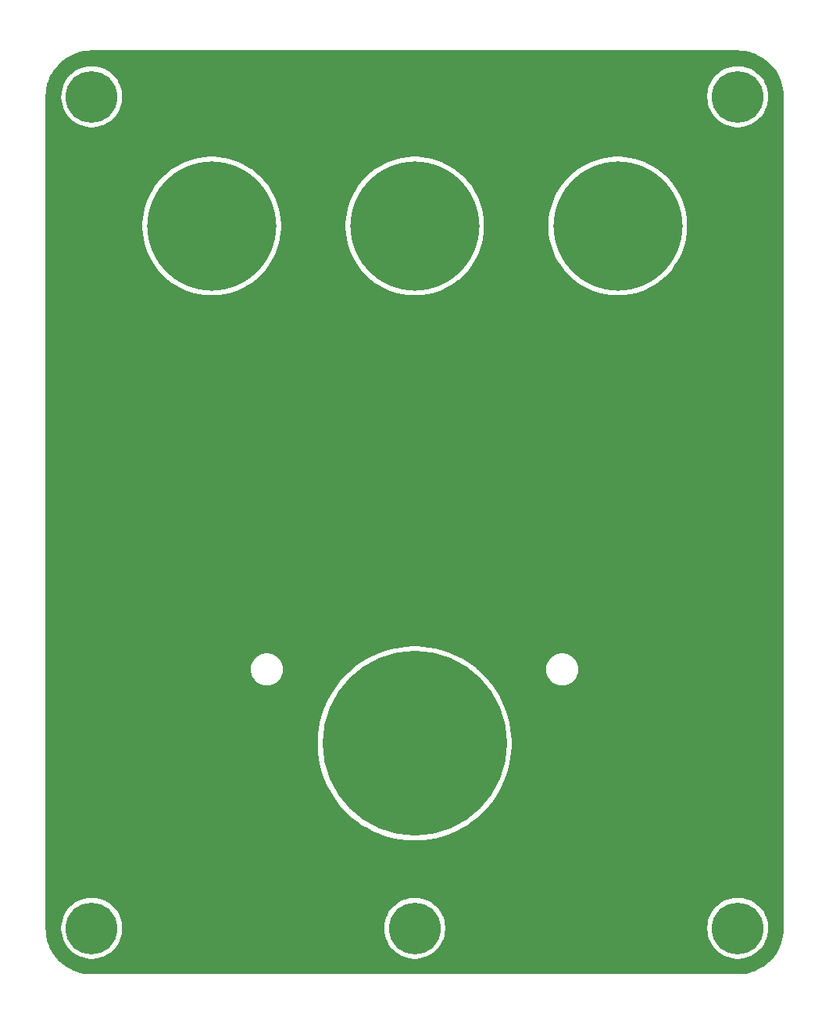
<source format=gbr>
%TF.GenerationSoftware,KiCad,Pcbnew,9.0.0*%
%TF.CreationDate,2025-04-06T00:05:41+02:00*%
%TF.ProjectId,big_muff_pi_front_plate,6269675f-6d75-4666-965f-70695f66726f,rev?*%
%TF.SameCoordinates,Original*%
%TF.FileFunction,Copper,L1,Top*%
%TF.FilePolarity,Positive*%
%FSLAX46Y46*%
G04 Gerber Fmt 4.6, Leading zero omitted, Abs format (unit mm)*
G04 Created by KiCad (PCBNEW 9.0.0) date 2025-04-06 00:05:41*
%MOMM*%
%LPD*%
G01*
G04 APERTURE LIST*
%TA.AperFunction,ComponentPad*%
%ADD10C,3.600000*%
%TD*%
%TA.AperFunction,ConnectorPad*%
%ADD11C,5.600000*%
%TD*%
%TA.AperFunction,ComponentPad*%
%ADD12C,14.000000*%
%TD*%
%TA.AperFunction,ComponentPad*%
%ADD13C,20.000000*%
%TD*%
G04 APERTURE END LIST*
D10*
%TO.P,H3,1*%
%TO.N,N/C*%
X55000000Y-145000000D03*
D11*
X55000000Y-145000000D03*
%TD*%
D12*
%TO.P,H6,1,1*%
%TO.N,Net-(JP2-B)*%
X90000000Y-69000000D03*
%TD*%
%TO.P,H7,1,1*%
%TO.N,Net-(JP3-B)*%
X112000000Y-69000000D03*
%TD*%
D10*
%TO.P,H4,1*%
%TO.N,N/C*%
X125000000Y-145000000D03*
D11*
X125000000Y-145000000D03*
%TD*%
D12*
%TO.P,H5,1,1*%
%TO.N,Net-(JP1-B)*%
X68000000Y-69000000D03*
%TD*%
D13*
%TO.P,H8,1,1*%
%TO.N,Net-(JP4-B)*%
X90000000Y-125000000D03*
%TD*%
D10*
%TO.P,H1,1*%
%TO.N,N/C*%
X55000000Y-55000000D03*
D11*
X55000000Y-55000000D03*
%TD*%
D10*
%TO.P,H2,1*%
%TO.N,N/C*%
X125000000Y-55000000D03*
D11*
X125000000Y-55000000D03*
%TD*%
D10*
%TO.P,H11,1*%
%TO.N,N/C*%
X90000000Y-145000000D03*
D11*
X90000000Y-145000000D03*
%TD*%
%TA.AperFunction,Conductor*%
%TO.N,0*%
G36*
X125002562Y-50000605D02*
G01*
X125370277Y-50015814D01*
X125375906Y-50016177D01*
X125459956Y-50023530D01*
X125464429Y-50024004D01*
X125787028Y-50064216D01*
X125793169Y-50065140D01*
X125871766Y-50078999D01*
X125875594Y-50079737D01*
X126199008Y-50147549D01*
X126205622Y-50149128D01*
X126274576Y-50167604D01*
X126277787Y-50168512D01*
X126603169Y-50265383D01*
X126610157Y-50267692D01*
X126664056Y-50287310D01*
X126666678Y-50288299D01*
X126996425Y-50416967D01*
X127003729Y-50420089D01*
X127034837Y-50434595D01*
X127036641Y-50435458D01*
X127374902Y-50600823D01*
X127383883Y-50605683D01*
X127730070Y-50811966D01*
X127738638Y-50817564D01*
X128066593Y-51051719D01*
X128074668Y-51058005D01*
X128382155Y-51318433D01*
X128389695Y-51325374D01*
X128674625Y-51610304D01*
X128681566Y-51617844D01*
X128941989Y-51925325D01*
X128948284Y-51933412D01*
X129182431Y-52261355D01*
X129188037Y-52269935D01*
X129394309Y-52616105D01*
X129399186Y-52625119D01*
X129564467Y-52963206D01*
X129565450Y-52965262D01*
X129579902Y-52996255D01*
X129583036Y-53003584D01*
X129711691Y-53333300D01*
X129712696Y-53335964D01*
X129732299Y-53389822D01*
X129734622Y-53396851D01*
X129831475Y-53722173D01*
X129832405Y-53725462D01*
X129850867Y-53794364D01*
X129852453Y-53801010D01*
X129920250Y-54124350D01*
X129921005Y-54128265D01*
X129934854Y-54206807D01*
X129935786Y-54213001D01*
X129975990Y-54535538D01*
X129976470Y-54540069D01*
X129983819Y-54624067D01*
X129984185Y-54629749D01*
X129999394Y-54997437D01*
X129999500Y-55002562D01*
X129999500Y-144997437D01*
X129999394Y-145002562D01*
X129984185Y-145370249D01*
X129983819Y-145375930D01*
X129983819Y-145375931D01*
X129976470Y-145459929D01*
X129975990Y-145464460D01*
X129935786Y-145786997D01*
X129934854Y-145793191D01*
X129921005Y-145871733D01*
X129920250Y-145875648D01*
X129852453Y-146198988D01*
X129850867Y-146205634D01*
X129832405Y-146274536D01*
X129831475Y-146277825D01*
X129734622Y-146603147D01*
X129732299Y-146610176D01*
X129712696Y-146664034D01*
X129711691Y-146666698D01*
X129583036Y-146996414D01*
X129579903Y-147003741D01*
X129579902Y-147003743D01*
X129565471Y-147034691D01*
X129564489Y-147036747D01*
X129399182Y-147374889D01*
X129394304Y-147383903D01*
X129188037Y-147730064D01*
X129182431Y-147738644D01*
X128948284Y-148066587D01*
X128941989Y-148074674D01*
X128681566Y-148382155D01*
X128674625Y-148389695D01*
X128389695Y-148674625D01*
X128382155Y-148681566D01*
X128074674Y-148941989D01*
X128066587Y-148948284D01*
X127738644Y-149182431D01*
X127730064Y-149188037D01*
X127383903Y-149394304D01*
X127374889Y-149399182D01*
X127036747Y-149564489D01*
X127034691Y-149565471D01*
X127003743Y-149579902D01*
X126996414Y-149583036D01*
X126666698Y-149711691D01*
X126664034Y-149712696D01*
X126610176Y-149732299D01*
X126603147Y-149734622D01*
X126277825Y-149831475D01*
X126274536Y-149832405D01*
X126205638Y-149850866D01*
X126198992Y-149852452D01*
X125875641Y-149920252D01*
X125871728Y-149921007D01*
X125846710Y-149925418D01*
X125831411Y-149928116D01*
X125809880Y-149930000D01*
X54190119Y-149930000D01*
X54168588Y-149928116D01*
X54128276Y-149921008D01*
X54124362Y-149920253D01*
X53801006Y-149852452D01*
X53794360Y-149850866D01*
X53725462Y-149832405D01*
X53722173Y-149831475D01*
X53396851Y-149734622D01*
X53389822Y-149732299D01*
X53335964Y-149712696D01*
X53333300Y-149711691D01*
X53003584Y-149583036D01*
X52996255Y-149579902D01*
X52965262Y-149565450D01*
X52963206Y-149564467D01*
X52625119Y-149399186D01*
X52616105Y-149394309D01*
X52269935Y-149188037D01*
X52261355Y-149182431D01*
X51933412Y-148948284D01*
X51925325Y-148941989D01*
X51617844Y-148681566D01*
X51610304Y-148674625D01*
X51325374Y-148389695D01*
X51318433Y-148382155D01*
X51222354Y-148268715D01*
X51058005Y-148074668D01*
X51051715Y-148066587D01*
X50995044Y-147987215D01*
X50817564Y-147738638D01*
X50811962Y-147730064D01*
X50766744Y-147654178D01*
X50605683Y-147383883D01*
X50600817Y-147374889D01*
X50435458Y-147036641D01*
X50434595Y-147034837D01*
X50420089Y-147003729D01*
X50416962Y-146996414D01*
X50406057Y-146968467D01*
X50288299Y-146666679D01*
X50287302Y-146664034D01*
X50267692Y-146610157D01*
X50265383Y-146603169D01*
X50168512Y-146277787D01*
X50167604Y-146274576D01*
X50149128Y-146205622D01*
X50147549Y-146199008D01*
X50079737Y-145875594D01*
X50078999Y-145871766D01*
X50065140Y-145793169D01*
X50064216Y-145787028D01*
X50024004Y-145464429D01*
X50023530Y-145459956D01*
X50016177Y-145375906D01*
X50015814Y-145370277D01*
X50000606Y-145002562D01*
X50000500Y-144997438D01*
X50000500Y-144837860D01*
X51699500Y-144837860D01*
X51699500Y-145162139D01*
X51731284Y-145484857D01*
X51731287Y-145484874D01*
X51794545Y-145802902D01*
X51794548Y-145802913D01*
X51888686Y-146113247D01*
X52012786Y-146412849D01*
X52012788Y-146412854D01*
X52165646Y-146698830D01*
X52165657Y-146698848D01*
X52345811Y-146968467D01*
X52345821Y-146968481D01*
X52551546Y-147219158D01*
X52780841Y-147448453D01*
X52780846Y-147448457D01*
X52780847Y-147448458D01*
X53031524Y-147654183D01*
X53301158Y-147834347D01*
X53301167Y-147834352D01*
X53301169Y-147834353D01*
X53587145Y-147987211D01*
X53587147Y-147987211D01*
X53587153Y-147987215D01*
X53886754Y-148111314D01*
X54197077Y-148205449D01*
X54197083Y-148205450D01*
X54197086Y-148205451D01*
X54197097Y-148205454D01*
X54396528Y-148245122D01*
X54515132Y-148268714D01*
X54837857Y-148300500D01*
X54837860Y-148300500D01*
X55162140Y-148300500D01*
X55162143Y-148300500D01*
X55484868Y-148268714D01*
X55642295Y-148237399D01*
X55802902Y-148205454D01*
X55802913Y-148205451D01*
X55802913Y-148205450D01*
X55802923Y-148205449D01*
X56113246Y-148111314D01*
X56412847Y-147987215D01*
X56698842Y-147834347D01*
X56968476Y-147654183D01*
X57219153Y-147448458D01*
X57448458Y-147219153D01*
X57654183Y-146968476D01*
X57834347Y-146698842D01*
X57987215Y-146412847D01*
X58111314Y-146113246D01*
X58205449Y-145802923D01*
X58205451Y-145802913D01*
X58205454Y-145802902D01*
X58242023Y-145619054D01*
X58268714Y-145484868D01*
X58300500Y-145162143D01*
X58300500Y-144837860D01*
X86699500Y-144837860D01*
X86699500Y-145162139D01*
X86731284Y-145484857D01*
X86731287Y-145484874D01*
X86794545Y-145802902D01*
X86794548Y-145802913D01*
X86888686Y-146113247D01*
X87012786Y-146412849D01*
X87012788Y-146412854D01*
X87165646Y-146698830D01*
X87165657Y-146698848D01*
X87345811Y-146968467D01*
X87345821Y-146968481D01*
X87551546Y-147219158D01*
X87780841Y-147448453D01*
X87780846Y-147448457D01*
X87780847Y-147448458D01*
X88031524Y-147654183D01*
X88301158Y-147834347D01*
X88301167Y-147834352D01*
X88301169Y-147834353D01*
X88587145Y-147987211D01*
X88587147Y-147987211D01*
X88587153Y-147987215D01*
X88886754Y-148111314D01*
X89197077Y-148205449D01*
X89197083Y-148205450D01*
X89197086Y-148205451D01*
X89197097Y-148205454D01*
X89396528Y-148245122D01*
X89515132Y-148268714D01*
X89837857Y-148300500D01*
X89837860Y-148300500D01*
X90162140Y-148300500D01*
X90162143Y-148300500D01*
X90484868Y-148268714D01*
X90642295Y-148237399D01*
X90802902Y-148205454D01*
X90802913Y-148205451D01*
X90802913Y-148205450D01*
X90802923Y-148205449D01*
X91113246Y-148111314D01*
X91412847Y-147987215D01*
X91698842Y-147834347D01*
X91968476Y-147654183D01*
X92219153Y-147448458D01*
X92448458Y-147219153D01*
X92654183Y-146968476D01*
X92834347Y-146698842D01*
X92987215Y-146412847D01*
X93111314Y-146113246D01*
X93205449Y-145802923D01*
X93205451Y-145802913D01*
X93205454Y-145802902D01*
X93242023Y-145619054D01*
X93268714Y-145484868D01*
X93300500Y-145162143D01*
X93300500Y-144837860D01*
X121699500Y-144837860D01*
X121699500Y-145162139D01*
X121731284Y-145484857D01*
X121731287Y-145484874D01*
X121794545Y-145802902D01*
X121794548Y-145802913D01*
X121888686Y-146113247D01*
X122012786Y-146412849D01*
X122012788Y-146412854D01*
X122165646Y-146698830D01*
X122165657Y-146698848D01*
X122345811Y-146968467D01*
X122345821Y-146968481D01*
X122551546Y-147219158D01*
X122780841Y-147448453D01*
X122780846Y-147448457D01*
X122780847Y-147448458D01*
X123031524Y-147654183D01*
X123301158Y-147834347D01*
X123301167Y-147834352D01*
X123301169Y-147834353D01*
X123587145Y-147987211D01*
X123587147Y-147987211D01*
X123587153Y-147987215D01*
X123886754Y-148111314D01*
X124197077Y-148205449D01*
X124197083Y-148205450D01*
X124197086Y-148205451D01*
X124197097Y-148205454D01*
X124396528Y-148245122D01*
X124515132Y-148268714D01*
X124837857Y-148300500D01*
X124837860Y-148300500D01*
X125162140Y-148300500D01*
X125162143Y-148300500D01*
X125484868Y-148268714D01*
X125642295Y-148237399D01*
X125802902Y-148205454D01*
X125802913Y-148205451D01*
X125802913Y-148205450D01*
X125802923Y-148205449D01*
X126113246Y-148111314D01*
X126412847Y-147987215D01*
X126698842Y-147834347D01*
X126968476Y-147654183D01*
X127219153Y-147448458D01*
X127448458Y-147219153D01*
X127654183Y-146968476D01*
X127834347Y-146698842D01*
X127987215Y-146412847D01*
X128111314Y-146113246D01*
X128205449Y-145802923D01*
X128205451Y-145802913D01*
X128205454Y-145802902D01*
X128242023Y-145619054D01*
X128268714Y-145484868D01*
X128300500Y-145162143D01*
X128300500Y-144837857D01*
X128268714Y-144515132D01*
X128245122Y-144396528D01*
X128205454Y-144197097D01*
X128205451Y-144197086D01*
X128205450Y-144197083D01*
X128205449Y-144197077D01*
X128111314Y-143886754D01*
X127987215Y-143587153D01*
X127834347Y-143301158D01*
X127654183Y-143031524D01*
X127448458Y-142780847D01*
X127448457Y-142780846D01*
X127448453Y-142780841D01*
X127219158Y-142551546D01*
X126968481Y-142345821D01*
X126968480Y-142345820D01*
X126968476Y-142345817D01*
X126698842Y-142165653D01*
X126698837Y-142165650D01*
X126698830Y-142165646D01*
X126412854Y-142012788D01*
X126412849Y-142012786D01*
X126113247Y-141888686D01*
X125802913Y-141794548D01*
X125802902Y-141794545D01*
X125484874Y-141731287D01*
X125484857Y-141731284D01*
X125240812Y-141707248D01*
X125162143Y-141699500D01*
X124837857Y-141699500D01*
X124765099Y-141706666D01*
X124515142Y-141731284D01*
X124515125Y-141731287D01*
X124197097Y-141794545D01*
X124197086Y-141794548D01*
X123886752Y-141888686D01*
X123587150Y-142012786D01*
X123587145Y-142012788D01*
X123301169Y-142165646D01*
X123301151Y-142165657D01*
X123031532Y-142345811D01*
X123031518Y-142345821D01*
X122780841Y-142551546D01*
X122551546Y-142780841D01*
X122345821Y-143031518D01*
X122345811Y-143031532D01*
X122165657Y-143301151D01*
X122165646Y-143301169D01*
X122012788Y-143587145D01*
X122012786Y-143587150D01*
X121888686Y-143886752D01*
X121794548Y-144197086D01*
X121794545Y-144197097D01*
X121731287Y-144515125D01*
X121731284Y-144515142D01*
X121699500Y-144837860D01*
X93300500Y-144837860D01*
X93300500Y-144837857D01*
X93268714Y-144515132D01*
X93245122Y-144396528D01*
X93205454Y-144197097D01*
X93205451Y-144197086D01*
X93205450Y-144197083D01*
X93205449Y-144197077D01*
X93111314Y-143886754D01*
X92987215Y-143587153D01*
X92834347Y-143301158D01*
X92654183Y-143031524D01*
X92448458Y-142780847D01*
X92448457Y-142780846D01*
X92448453Y-142780841D01*
X92219158Y-142551546D01*
X91968481Y-142345821D01*
X91968480Y-142345820D01*
X91968476Y-142345817D01*
X91698842Y-142165653D01*
X91698837Y-142165650D01*
X91698830Y-142165646D01*
X91412854Y-142012788D01*
X91412849Y-142012786D01*
X91113247Y-141888686D01*
X90802913Y-141794548D01*
X90802902Y-141794545D01*
X90484874Y-141731287D01*
X90484857Y-141731284D01*
X90240812Y-141707248D01*
X90162143Y-141699500D01*
X89837857Y-141699500D01*
X89765099Y-141706666D01*
X89515142Y-141731284D01*
X89515125Y-141731287D01*
X89197097Y-141794545D01*
X89197086Y-141794548D01*
X88886752Y-141888686D01*
X88587150Y-142012786D01*
X88587145Y-142012788D01*
X88301169Y-142165646D01*
X88301151Y-142165657D01*
X88031532Y-142345811D01*
X88031518Y-142345821D01*
X87780841Y-142551546D01*
X87551546Y-142780841D01*
X87345821Y-143031518D01*
X87345811Y-143031532D01*
X87165657Y-143301151D01*
X87165646Y-143301169D01*
X87012788Y-143587145D01*
X87012786Y-143587150D01*
X86888686Y-143886752D01*
X86794548Y-144197086D01*
X86794545Y-144197097D01*
X86731287Y-144515125D01*
X86731284Y-144515142D01*
X86699500Y-144837860D01*
X58300500Y-144837860D01*
X58300500Y-144837857D01*
X58268714Y-144515132D01*
X58245122Y-144396528D01*
X58205454Y-144197097D01*
X58205451Y-144197086D01*
X58205450Y-144197083D01*
X58205449Y-144197077D01*
X58111314Y-143886754D01*
X57987215Y-143587153D01*
X57834347Y-143301158D01*
X57654183Y-143031524D01*
X57448458Y-142780847D01*
X57448457Y-142780846D01*
X57448453Y-142780841D01*
X57219158Y-142551546D01*
X56968481Y-142345821D01*
X56968480Y-142345820D01*
X56968476Y-142345817D01*
X56698842Y-142165653D01*
X56698837Y-142165650D01*
X56698830Y-142165646D01*
X56412854Y-142012788D01*
X56412849Y-142012786D01*
X56113247Y-141888686D01*
X55802913Y-141794548D01*
X55802902Y-141794545D01*
X55484874Y-141731287D01*
X55484857Y-141731284D01*
X55240812Y-141707248D01*
X55162143Y-141699500D01*
X54837857Y-141699500D01*
X54765099Y-141706666D01*
X54515142Y-141731284D01*
X54515125Y-141731287D01*
X54197097Y-141794545D01*
X54197086Y-141794548D01*
X53886752Y-141888686D01*
X53587150Y-142012786D01*
X53587145Y-142012788D01*
X53301169Y-142165646D01*
X53301151Y-142165657D01*
X53031532Y-142345811D01*
X53031518Y-142345821D01*
X52780841Y-142551546D01*
X52551546Y-142780841D01*
X52345821Y-143031518D01*
X52345811Y-143031532D01*
X52165657Y-143301151D01*
X52165646Y-143301169D01*
X52012788Y-143587145D01*
X52012786Y-143587150D01*
X51888686Y-143886752D01*
X51794548Y-144197086D01*
X51794545Y-144197097D01*
X51731287Y-144515125D01*
X51731284Y-144515142D01*
X51699500Y-144837860D01*
X50000500Y-144837860D01*
X50000500Y-124682699D01*
X79499500Y-124682699D01*
X79499500Y-125317300D01*
X79537815Y-125950718D01*
X79614304Y-126580666D01*
X79728693Y-127204867D01*
X79880557Y-127821005D01*
X79880562Y-127821021D01*
X80069345Y-128426847D01*
X80294370Y-129020191D01*
X80554813Y-129598872D01*
X80849727Y-130160783D01*
X81178009Y-130703828D01*
X81178025Y-130703853D01*
X81538498Y-131226088D01*
X81929852Y-131725616D01*
X81929853Y-131725617D01*
X82350656Y-132200605D01*
X82350690Y-132200641D01*
X82799358Y-132649309D01*
X82799394Y-132649343D01*
X83274382Y-133070146D01*
X83274383Y-133070147D01*
X83773910Y-133461500D01*
X84296162Y-133821985D01*
X84839226Y-134150278D01*
X85401122Y-134445184D01*
X85979798Y-134705625D01*
X85979805Y-134705627D01*
X85979808Y-134705629D01*
X86078973Y-134743237D01*
X86573144Y-134930652D01*
X87178994Y-135119442D01*
X87795138Y-135271308D01*
X88419326Y-135385695D01*
X89049283Y-135462185D01*
X89682708Y-135500500D01*
X89682721Y-135500500D01*
X90317279Y-135500500D01*
X90317292Y-135500500D01*
X90950717Y-135462185D01*
X91580674Y-135385695D01*
X92204862Y-135271308D01*
X92821006Y-135119442D01*
X93426856Y-134930652D01*
X94020202Y-134705625D01*
X94598878Y-134445184D01*
X95160774Y-134150278D01*
X95703838Y-133821985D01*
X96226090Y-133461500D01*
X96487627Y-133256598D01*
X96725616Y-133070147D01*
X96725617Y-133070146D01*
X96725623Y-133070141D01*
X97200616Y-132649334D01*
X97649334Y-132200616D01*
X98070141Y-131725623D01*
X98070146Y-131725617D01*
X98070147Y-131725616D01*
X98256598Y-131487627D01*
X98461500Y-131226090D01*
X98821985Y-130703838D01*
X99150278Y-130160774D01*
X99445184Y-129598878D01*
X99705625Y-129020202D01*
X99930652Y-128426856D01*
X100119442Y-127821006D01*
X100271308Y-127204862D01*
X100385695Y-126580674D01*
X100462185Y-125950717D01*
X100500500Y-125317292D01*
X100500500Y-124682708D01*
X100462185Y-124049283D01*
X100385695Y-123419326D01*
X100271308Y-122795138D01*
X100119442Y-122178994D01*
X99930652Y-121573144D01*
X99705625Y-120979798D01*
X99445184Y-120401122D01*
X99150278Y-119839226D01*
X98821985Y-119296162D01*
X98461500Y-118773910D01*
X98070147Y-118274383D01*
X98070146Y-118274382D01*
X97649343Y-117799394D01*
X97649309Y-117799358D01*
X97200641Y-117350690D01*
X97200605Y-117350656D01*
X96775480Y-116974028D01*
X96775477Y-116974026D01*
X96725623Y-116929859D01*
X96725612Y-116929850D01*
X96725606Y-116929845D01*
X96668695Y-116885258D01*
X104249500Y-116885258D01*
X104249500Y-117114741D01*
X104274446Y-117304215D01*
X104279452Y-117342238D01*
X104281717Y-117350690D01*
X104338842Y-117563887D01*
X104426650Y-117775876D01*
X104426657Y-117775890D01*
X104541392Y-117974617D01*
X104681081Y-118156661D01*
X104681089Y-118156670D01*
X104843330Y-118318911D01*
X104843338Y-118318918D01*
X105025382Y-118458607D01*
X105025385Y-118458608D01*
X105025388Y-118458611D01*
X105224112Y-118573344D01*
X105224117Y-118573346D01*
X105224123Y-118573349D01*
X105315480Y-118611190D01*
X105436113Y-118661158D01*
X105657762Y-118720548D01*
X105885266Y-118750500D01*
X105885273Y-118750500D01*
X106114727Y-118750500D01*
X106114734Y-118750500D01*
X106342238Y-118720548D01*
X106563887Y-118661158D01*
X106775888Y-118573344D01*
X106974612Y-118458611D01*
X107156661Y-118318919D01*
X107156665Y-118318914D01*
X107156670Y-118318911D01*
X107318911Y-118156670D01*
X107318914Y-118156665D01*
X107318919Y-118156661D01*
X107458611Y-117974612D01*
X107573344Y-117775888D01*
X107661158Y-117563887D01*
X107720548Y-117342238D01*
X107750500Y-117114734D01*
X107750500Y-116885266D01*
X107720548Y-116657762D01*
X107661158Y-116436113D01*
X107573344Y-116224112D01*
X107458611Y-116025388D01*
X107458608Y-116025385D01*
X107458607Y-116025382D01*
X107318918Y-115843338D01*
X107318911Y-115843330D01*
X107156670Y-115681089D01*
X107156661Y-115681081D01*
X106974617Y-115541392D01*
X106775890Y-115426657D01*
X106775876Y-115426650D01*
X106563887Y-115338842D01*
X106342238Y-115279452D01*
X106304215Y-115274446D01*
X106114741Y-115249500D01*
X106114734Y-115249500D01*
X105885266Y-115249500D01*
X105885258Y-115249500D01*
X105668715Y-115278009D01*
X105657762Y-115279452D01*
X105602087Y-115294370D01*
X105436112Y-115338842D01*
X105224123Y-115426650D01*
X105224109Y-115426657D01*
X105025382Y-115541392D01*
X104843338Y-115681081D01*
X104681081Y-115843338D01*
X104541392Y-116025382D01*
X104426657Y-116224109D01*
X104426650Y-116224123D01*
X104338842Y-116436112D01*
X104279453Y-116657759D01*
X104279451Y-116657770D01*
X104249500Y-116885258D01*
X96668695Y-116885258D01*
X96226088Y-116538498D01*
X95703853Y-116178025D01*
X95703845Y-116178020D01*
X95703838Y-116178015D01*
X95451352Y-116025382D01*
X95160783Y-115849727D01*
X95160777Y-115849724D01*
X95160774Y-115849722D01*
X94598878Y-115554816D01*
X94598876Y-115554815D01*
X94598872Y-115554813D01*
X94020191Y-115294370D01*
X93624353Y-115144249D01*
X93426856Y-115069348D01*
X93426849Y-115069346D01*
X93426847Y-115069345D01*
X92821021Y-114880562D01*
X92821005Y-114880557D01*
X92204867Y-114728693D01*
X92204862Y-114728692D01*
X91580674Y-114614305D01*
X91580666Y-114614304D01*
X90950718Y-114537815D01*
X90317300Y-114499500D01*
X90317292Y-114499500D01*
X89682708Y-114499500D01*
X89682699Y-114499500D01*
X89049281Y-114537815D01*
X88419333Y-114614304D01*
X88419330Y-114614304D01*
X88419326Y-114614305D01*
X87957643Y-114698911D01*
X87795132Y-114728693D01*
X87178994Y-114880557D01*
X87178978Y-114880562D01*
X86573152Y-115069345D01*
X85979808Y-115294370D01*
X85401127Y-115554813D01*
X84839216Y-115849727D01*
X84296171Y-116178009D01*
X84296146Y-116178025D01*
X83773911Y-116538498D01*
X83274383Y-116929852D01*
X83274382Y-116929853D01*
X82799394Y-117350656D01*
X82799358Y-117350690D01*
X82350690Y-117799358D01*
X82350656Y-117799394D01*
X81929853Y-118274382D01*
X81929852Y-118274383D01*
X81538498Y-118773911D01*
X81178025Y-119296146D01*
X81178009Y-119296171D01*
X80849727Y-119839216D01*
X80554813Y-120401127D01*
X80294370Y-120979808D01*
X80069345Y-121573152D01*
X79880562Y-122178978D01*
X79880557Y-122178994D01*
X79728693Y-122795132D01*
X79614304Y-123419333D01*
X79537815Y-124049281D01*
X79499500Y-124682699D01*
X50000500Y-124682699D01*
X50000500Y-116885258D01*
X72249500Y-116885258D01*
X72249500Y-117114741D01*
X72274446Y-117304215D01*
X72279452Y-117342238D01*
X72281717Y-117350690D01*
X72338842Y-117563887D01*
X72426650Y-117775876D01*
X72426657Y-117775890D01*
X72541392Y-117974617D01*
X72681081Y-118156661D01*
X72681089Y-118156670D01*
X72843330Y-118318911D01*
X72843338Y-118318918D01*
X73025382Y-118458607D01*
X73025385Y-118458608D01*
X73025388Y-118458611D01*
X73224112Y-118573344D01*
X73224117Y-118573346D01*
X73224123Y-118573349D01*
X73315480Y-118611190D01*
X73436113Y-118661158D01*
X73657762Y-118720548D01*
X73885266Y-118750500D01*
X73885273Y-118750500D01*
X74114727Y-118750500D01*
X74114734Y-118750500D01*
X74342238Y-118720548D01*
X74563887Y-118661158D01*
X74775888Y-118573344D01*
X74974612Y-118458611D01*
X75156661Y-118318919D01*
X75156665Y-118318914D01*
X75156670Y-118318911D01*
X75318911Y-118156670D01*
X75318914Y-118156665D01*
X75318919Y-118156661D01*
X75458611Y-117974612D01*
X75573344Y-117775888D01*
X75661158Y-117563887D01*
X75720548Y-117342238D01*
X75750500Y-117114734D01*
X75750500Y-116885266D01*
X75720548Y-116657762D01*
X75661158Y-116436113D01*
X75573344Y-116224112D01*
X75458611Y-116025388D01*
X75458608Y-116025385D01*
X75458607Y-116025382D01*
X75318918Y-115843338D01*
X75318911Y-115843330D01*
X75156670Y-115681089D01*
X75156661Y-115681081D01*
X74974617Y-115541392D01*
X74775890Y-115426657D01*
X74775876Y-115426650D01*
X74563887Y-115338842D01*
X74342238Y-115279452D01*
X74304215Y-115274446D01*
X74114741Y-115249500D01*
X74114734Y-115249500D01*
X73885266Y-115249500D01*
X73885258Y-115249500D01*
X73668715Y-115278009D01*
X73657762Y-115279452D01*
X73602087Y-115294370D01*
X73436112Y-115338842D01*
X73224123Y-115426650D01*
X73224109Y-115426657D01*
X73025382Y-115541392D01*
X72843338Y-115681081D01*
X72681081Y-115843338D01*
X72541392Y-116025382D01*
X72426657Y-116224109D01*
X72426650Y-116224123D01*
X72338842Y-116436112D01*
X72279453Y-116657759D01*
X72279451Y-116657770D01*
X72249500Y-116885258D01*
X50000500Y-116885258D01*
X50000500Y-68732116D01*
X60499500Y-68732116D01*
X60499500Y-69267883D01*
X60537721Y-69802278D01*
X60613968Y-70332593D01*
X60727849Y-70856097D01*
X60727852Y-70856107D01*
X60878793Y-71370162D01*
X61066029Y-71872160D01*
X61288580Y-72359481D01*
X61288584Y-72359488D01*
X61545347Y-72829713D01*
X61835004Y-73280431D01*
X61835007Y-73280436D01*
X62156068Y-73709324D01*
X62400335Y-73991222D01*
X62506925Y-74114234D01*
X62506934Y-74114243D01*
X62506946Y-74114256D01*
X62885743Y-74493053D01*
X62885756Y-74493065D01*
X62885766Y-74493075D01*
X63044013Y-74630197D01*
X63290675Y-74843931D01*
X63719563Y-75164992D01*
X63719568Y-75164995D01*
X64170280Y-75454649D01*
X64640507Y-75711413D01*
X64640511Y-75711415D01*
X64640518Y-75711419D01*
X65127839Y-75933970D01*
X65127843Y-75933971D01*
X65127853Y-75933976D01*
X65629835Y-76121206D01*
X66143892Y-76272147D01*
X66143902Y-76272150D01*
X66667406Y-76386031D01*
X66667413Y-76386032D01*
X67197722Y-76462279D01*
X67732119Y-76500500D01*
X68267881Y-76500500D01*
X68802278Y-76462279D01*
X69332587Y-76386032D01*
X69332588Y-76386031D01*
X69332593Y-76386031D01*
X69856097Y-76272150D01*
X69856100Y-76272149D01*
X69856105Y-76272148D01*
X70370165Y-76121206D01*
X70872147Y-75933976D01*
X70924922Y-75909874D01*
X71359481Y-75711419D01*
X71359485Y-75711416D01*
X71359493Y-75711413D01*
X71829720Y-75454649D01*
X72280432Y-75164995D01*
X72282811Y-75163213D01*
X72709324Y-74843931D01*
X72727265Y-74828384D01*
X73114234Y-74493075D01*
X73493075Y-74114234D01*
X73843924Y-73709332D01*
X73843923Y-73709332D01*
X73843931Y-73709324D01*
X74164992Y-73280436D01*
X74164991Y-73280436D01*
X74164995Y-73280432D01*
X74454649Y-72829720D01*
X74711413Y-72359493D01*
X74711416Y-72359485D01*
X74711419Y-72359481D01*
X74933970Y-71872160D01*
X74933969Y-71872160D01*
X74933976Y-71872147D01*
X75121206Y-71370165D01*
X75272148Y-70856105D01*
X75386032Y-70332587D01*
X75462279Y-69802278D01*
X75500500Y-69267881D01*
X75500500Y-68732119D01*
X75500500Y-68732116D01*
X82499500Y-68732116D01*
X82499500Y-69267883D01*
X82537721Y-69802278D01*
X82613968Y-70332593D01*
X82727849Y-70856097D01*
X82727852Y-70856107D01*
X82878793Y-71370162D01*
X83066029Y-71872160D01*
X83288580Y-72359481D01*
X83288584Y-72359488D01*
X83545347Y-72829713D01*
X83835004Y-73280431D01*
X83835007Y-73280436D01*
X84156068Y-73709324D01*
X84400335Y-73991222D01*
X84506925Y-74114234D01*
X84506934Y-74114243D01*
X84506946Y-74114256D01*
X84885743Y-74493053D01*
X84885756Y-74493065D01*
X84885766Y-74493075D01*
X85044013Y-74630197D01*
X85290675Y-74843931D01*
X85719563Y-75164992D01*
X85719568Y-75164995D01*
X86170280Y-75454649D01*
X86640507Y-75711413D01*
X86640511Y-75711415D01*
X86640518Y-75711419D01*
X87127839Y-75933970D01*
X87127843Y-75933971D01*
X87127853Y-75933976D01*
X87629835Y-76121206D01*
X88143892Y-76272147D01*
X88143902Y-76272150D01*
X88667406Y-76386031D01*
X88667413Y-76386032D01*
X89197722Y-76462279D01*
X89732119Y-76500500D01*
X90267881Y-76500500D01*
X90802278Y-76462279D01*
X91332587Y-76386032D01*
X91332588Y-76386031D01*
X91332593Y-76386031D01*
X91856097Y-76272150D01*
X91856100Y-76272149D01*
X91856105Y-76272148D01*
X92370165Y-76121206D01*
X92872147Y-75933976D01*
X92924922Y-75909874D01*
X93359481Y-75711419D01*
X93359485Y-75711416D01*
X93359493Y-75711413D01*
X93829720Y-75454649D01*
X94280432Y-75164995D01*
X94282811Y-75163213D01*
X94709324Y-74843931D01*
X94727265Y-74828384D01*
X95114234Y-74493075D01*
X95493075Y-74114234D01*
X95843924Y-73709332D01*
X95843923Y-73709332D01*
X95843931Y-73709324D01*
X96164992Y-73280436D01*
X96164991Y-73280436D01*
X96164995Y-73280432D01*
X96454649Y-72829720D01*
X96711413Y-72359493D01*
X96711416Y-72359485D01*
X96711419Y-72359481D01*
X96933970Y-71872160D01*
X96933969Y-71872160D01*
X96933976Y-71872147D01*
X97121206Y-71370165D01*
X97272148Y-70856105D01*
X97386032Y-70332587D01*
X97462279Y-69802278D01*
X97500500Y-69267881D01*
X97500500Y-68732119D01*
X97500500Y-68732116D01*
X104499500Y-68732116D01*
X104499500Y-69267883D01*
X104537721Y-69802278D01*
X104613968Y-70332593D01*
X104727849Y-70856097D01*
X104727852Y-70856107D01*
X104878793Y-71370162D01*
X105066029Y-71872160D01*
X105288580Y-72359481D01*
X105288584Y-72359488D01*
X105545347Y-72829713D01*
X105835004Y-73280431D01*
X105835007Y-73280436D01*
X106156068Y-73709324D01*
X106400335Y-73991222D01*
X106506925Y-74114234D01*
X106506934Y-74114243D01*
X106506946Y-74114256D01*
X106885743Y-74493053D01*
X106885756Y-74493065D01*
X106885766Y-74493075D01*
X107044013Y-74630197D01*
X107290675Y-74843931D01*
X107719563Y-75164992D01*
X107719568Y-75164995D01*
X108170280Y-75454649D01*
X108640507Y-75711413D01*
X108640511Y-75711415D01*
X108640518Y-75711419D01*
X109127839Y-75933970D01*
X109127843Y-75933971D01*
X109127853Y-75933976D01*
X109629835Y-76121206D01*
X110143892Y-76272147D01*
X110143902Y-76272150D01*
X110667406Y-76386031D01*
X110667413Y-76386032D01*
X111197722Y-76462279D01*
X111732119Y-76500500D01*
X112267881Y-76500500D01*
X112802278Y-76462279D01*
X113332587Y-76386032D01*
X113332588Y-76386031D01*
X113332593Y-76386031D01*
X113856097Y-76272150D01*
X113856100Y-76272149D01*
X113856105Y-76272148D01*
X114370165Y-76121206D01*
X114872147Y-75933976D01*
X114924922Y-75909874D01*
X115359481Y-75711419D01*
X115359485Y-75711416D01*
X115359493Y-75711413D01*
X115829720Y-75454649D01*
X116280432Y-75164995D01*
X116282811Y-75163213D01*
X116709324Y-74843931D01*
X116727265Y-74828384D01*
X117114234Y-74493075D01*
X117493075Y-74114234D01*
X117843924Y-73709332D01*
X117843923Y-73709332D01*
X117843931Y-73709324D01*
X118164992Y-73280436D01*
X118164991Y-73280436D01*
X118164995Y-73280432D01*
X118454649Y-72829720D01*
X118711413Y-72359493D01*
X118711416Y-72359485D01*
X118711419Y-72359481D01*
X118933970Y-71872160D01*
X118933969Y-71872160D01*
X118933976Y-71872147D01*
X119121206Y-71370165D01*
X119272148Y-70856105D01*
X119386032Y-70332587D01*
X119462279Y-69802278D01*
X119500500Y-69267881D01*
X119500500Y-68732119D01*
X119462279Y-68197722D01*
X119386032Y-67667413D01*
X119386031Y-67667406D01*
X119272150Y-67143902D01*
X119272147Y-67143892D01*
X119121206Y-66629835D01*
X118933976Y-66127853D01*
X118933970Y-66127839D01*
X118711419Y-65640518D01*
X118711415Y-65640511D01*
X118454652Y-65170286D01*
X118454649Y-65170280D01*
X118164995Y-64719568D01*
X118164992Y-64719563D01*
X117843931Y-64290675D01*
X117630197Y-64044013D01*
X117493075Y-63885766D01*
X117493065Y-63885756D01*
X117493053Y-63885743D01*
X117114256Y-63506946D01*
X117114243Y-63506934D01*
X117114234Y-63506925D01*
X116991222Y-63400335D01*
X116709324Y-63156068D01*
X116280436Y-62835007D01*
X116280431Y-62835004D01*
X116092266Y-62714078D01*
X115829720Y-62545351D01*
X115359493Y-62288587D01*
X115359488Y-62288584D01*
X115359481Y-62288580D01*
X114872160Y-62066029D01*
X114370162Y-61878793D01*
X113856107Y-61727852D01*
X113856097Y-61727849D01*
X113332593Y-61613968D01*
X112802278Y-61537721D01*
X112267883Y-61499500D01*
X112267881Y-61499500D01*
X111732119Y-61499500D01*
X111732116Y-61499500D01*
X111197721Y-61537721D01*
X110667406Y-61613968D01*
X110143902Y-61727849D01*
X110143892Y-61727852D01*
X109629837Y-61878793D01*
X109127839Y-62066029D01*
X108640518Y-62288580D01*
X108640511Y-62288584D01*
X108170286Y-62545347D01*
X107719568Y-62835004D01*
X107719563Y-62835007D01*
X107290675Y-63156068D01*
X106885769Y-63506922D01*
X106885743Y-63506946D01*
X106506946Y-63885743D01*
X106506922Y-63885769D01*
X106156068Y-64290675D01*
X105835007Y-64719563D01*
X105835004Y-64719568D01*
X105545347Y-65170286D01*
X105288584Y-65640511D01*
X105288580Y-65640518D01*
X105066029Y-66127839D01*
X104878793Y-66629837D01*
X104727852Y-67143892D01*
X104727849Y-67143902D01*
X104613968Y-67667406D01*
X104537721Y-68197721D01*
X104499500Y-68732116D01*
X97500500Y-68732116D01*
X97462279Y-68197722D01*
X97386032Y-67667413D01*
X97386031Y-67667406D01*
X97272150Y-67143902D01*
X97272147Y-67143892D01*
X97121206Y-66629835D01*
X96933976Y-66127853D01*
X96933970Y-66127839D01*
X96711419Y-65640518D01*
X96711415Y-65640511D01*
X96454652Y-65170286D01*
X96454649Y-65170280D01*
X96164995Y-64719568D01*
X96164992Y-64719563D01*
X95843931Y-64290675D01*
X95630197Y-64044013D01*
X95493075Y-63885766D01*
X95493065Y-63885756D01*
X95493053Y-63885743D01*
X95114256Y-63506946D01*
X95114243Y-63506934D01*
X95114234Y-63506925D01*
X94991222Y-63400335D01*
X94709324Y-63156068D01*
X94280436Y-62835007D01*
X94280431Y-62835004D01*
X94092266Y-62714078D01*
X93829720Y-62545351D01*
X93359493Y-62288587D01*
X93359488Y-62288584D01*
X93359481Y-62288580D01*
X92872160Y-62066029D01*
X92370162Y-61878793D01*
X91856107Y-61727852D01*
X91856097Y-61727849D01*
X91332593Y-61613968D01*
X90802278Y-61537721D01*
X90267883Y-61499500D01*
X90267881Y-61499500D01*
X89732119Y-61499500D01*
X89732116Y-61499500D01*
X89197721Y-61537721D01*
X88667406Y-61613968D01*
X88143902Y-61727849D01*
X88143892Y-61727852D01*
X87629837Y-61878793D01*
X87127839Y-62066029D01*
X86640518Y-62288580D01*
X86640511Y-62288584D01*
X86170286Y-62545347D01*
X85719568Y-62835004D01*
X85719563Y-62835007D01*
X85290675Y-63156068D01*
X84885769Y-63506922D01*
X84885743Y-63506946D01*
X84506946Y-63885743D01*
X84506922Y-63885769D01*
X84156068Y-64290675D01*
X83835007Y-64719563D01*
X83835004Y-64719568D01*
X83545347Y-65170286D01*
X83288584Y-65640511D01*
X83288580Y-65640518D01*
X83066029Y-66127839D01*
X82878793Y-66629837D01*
X82727852Y-67143892D01*
X82727849Y-67143902D01*
X82613968Y-67667406D01*
X82537721Y-68197721D01*
X82499500Y-68732116D01*
X75500500Y-68732116D01*
X75462279Y-68197722D01*
X75386032Y-67667413D01*
X75386031Y-67667406D01*
X75272150Y-67143902D01*
X75272147Y-67143892D01*
X75121206Y-66629835D01*
X74933976Y-66127853D01*
X74933970Y-66127839D01*
X74711419Y-65640518D01*
X74711415Y-65640511D01*
X74454652Y-65170286D01*
X74454649Y-65170280D01*
X74164995Y-64719568D01*
X74164992Y-64719563D01*
X73843931Y-64290675D01*
X73630197Y-64044013D01*
X73493075Y-63885766D01*
X73493065Y-63885756D01*
X73493053Y-63885743D01*
X73114256Y-63506946D01*
X73114243Y-63506934D01*
X73114234Y-63506925D01*
X72991222Y-63400335D01*
X72709324Y-63156068D01*
X72280436Y-62835007D01*
X72280431Y-62835004D01*
X72092266Y-62714078D01*
X71829720Y-62545351D01*
X71359493Y-62288587D01*
X71359488Y-62288584D01*
X71359481Y-62288580D01*
X70872160Y-62066029D01*
X70370162Y-61878793D01*
X69856107Y-61727852D01*
X69856097Y-61727849D01*
X69332593Y-61613968D01*
X68802278Y-61537721D01*
X68267883Y-61499500D01*
X68267881Y-61499500D01*
X67732119Y-61499500D01*
X67732116Y-61499500D01*
X67197721Y-61537721D01*
X66667406Y-61613968D01*
X66143902Y-61727849D01*
X66143892Y-61727852D01*
X65629837Y-61878793D01*
X65127839Y-62066029D01*
X64640518Y-62288580D01*
X64640511Y-62288584D01*
X64170286Y-62545347D01*
X63719568Y-62835004D01*
X63719563Y-62835007D01*
X63290675Y-63156068D01*
X62885769Y-63506922D01*
X62885743Y-63506946D01*
X62506946Y-63885743D01*
X62506922Y-63885769D01*
X62156068Y-64290675D01*
X61835007Y-64719563D01*
X61835004Y-64719568D01*
X61545347Y-65170286D01*
X61288584Y-65640511D01*
X61288580Y-65640518D01*
X61066029Y-66127839D01*
X60878793Y-66629837D01*
X60727852Y-67143892D01*
X60727849Y-67143902D01*
X60613968Y-67667406D01*
X60537721Y-68197721D01*
X60499500Y-68732116D01*
X50000500Y-68732116D01*
X50000500Y-55002561D01*
X50000606Y-54997437D01*
X50007206Y-54837860D01*
X51699500Y-54837860D01*
X51699500Y-55162139D01*
X51731284Y-55484857D01*
X51731287Y-55484874D01*
X51794545Y-55802902D01*
X51794548Y-55802913D01*
X51888686Y-56113247D01*
X52012786Y-56412849D01*
X52012788Y-56412854D01*
X52165646Y-56698830D01*
X52165657Y-56698848D01*
X52345811Y-56968467D01*
X52345821Y-56968481D01*
X52551546Y-57219158D01*
X52780841Y-57448453D01*
X52780846Y-57448457D01*
X52780847Y-57448458D01*
X53031524Y-57654183D01*
X53301158Y-57834347D01*
X53301167Y-57834352D01*
X53301169Y-57834353D01*
X53587145Y-57987211D01*
X53587147Y-57987211D01*
X53587153Y-57987215D01*
X53886754Y-58111314D01*
X54197077Y-58205449D01*
X54197083Y-58205450D01*
X54197086Y-58205451D01*
X54197097Y-58205454D01*
X54396528Y-58245122D01*
X54515132Y-58268714D01*
X54837857Y-58300500D01*
X54837860Y-58300500D01*
X55162140Y-58300500D01*
X55162143Y-58300500D01*
X55484868Y-58268714D01*
X55642295Y-58237399D01*
X55802902Y-58205454D01*
X55802913Y-58205451D01*
X55802913Y-58205450D01*
X55802923Y-58205449D01*
X56113246Y-58111314D01*
X56412847Y-57987215D01*
X56698842Y-57834347D01*
X56968476Y-57654183D01*
X57219153Y-57448458D01*
X57448458Y-57219153D01*
X57654183Y-56968476D01*
X57834347Y-56698842D01*
X57987215Y-56412847D01*
X58111314Y-56113246D01*
X58205449Y-55802923D01*
X58205451Y-55802913D01*
X58205454Y-55802902D01*
X58237399Y-55642295D01*
X58268714Y-55484868D01*
X58300500Y-55162143D01*
X58300500Y-54837860D01*
X121699500Y-54837860D01*
X121699500Y-55162139D01*
X121731284Y-55484857D01*
X121731287Y-55484874D01*
X121794545Y-55802902D01*
X121794548Y-55802913D01*
X121888686Y-56113247D01*
X122012786Y-56412849D01*
X122012788Y-56412854D01*
X122165646Y-56698830D01*
X122165657Y-56698848D01*
X122345811Y-56968467D01*
X122345821Y-56968481D01*
X122551546Y-57219158D01*
X122780841Y-57448453D01*
X122780846Y-57448457D01*
X122780847Y-57448458D01*
X123031524Y-57654183D01*
X123301158Y-57834347D01*
X123301167Y-57834352D01*
X123301169Y-57834353D01*
X123587145Y-57987211D01*
X123587147Y-57987211D01*
X123587153Y-57987215D01*
X123886754Y-58111314D01*
X124197077Y-58205449D01*
X124197083Y-58205450D01*
X124197086Y-58205451D01*
X124197097Y-58205454D01*
X124396528Y-58245122D01*
X124515132Y-58268714D01*
X124837857Y-58300500D01*
X124837860Y-58300500D01*
X125162140Y-58300500D01*
X125162143Y-58300500D01*
X125484868Y-58268714D01*
X125642295Y-58237399D01*
X125802902Y-58205454D01*
X125802913Y-58205451D01*
X125802913Y-58205450D01*
X125802923Y-58205449D01*
X126113246Y-58111314D01*
X126412847Y-57987215D01*
X126698842Y-57834347D01*
X126968476Y-57654183D01*
X127219153Y-57448458D01*
X127448458Y-57219153D01*
X127654183Y-56968476D01*
X127834347Y-56698842D01*
X127987215Y-56412847D01*
X128111314Y-56113246D01*
X128205449Y-55802923D01*
X128205451Y-55802913D01*
X128205454Y-55802902D01*
X128237399Y-55642295D01*
X128268714Y-55484868D01*
X128300500Y-55162143D01*
X128300500Y-54837857D01*
X128268714Y-54515132D01*
X128242023Y-54380946D01*
X128205454Y-54197097D01*
X128205451Y-54197086D01*
X128205450Y-54197083D01*
X128205449Y-54197077D01*
X128111314Y-53886754D01*
X127987215Y-53587153D01*
X127881760Y-53389862D01*
X127834353Y-53301169D01*
X127834352Y-53301167D01*
X127834347Y-53301158D01*
X127654183Y-53031524D01*
X127448458Y-52780847D01*
X127448457Y-52780846D01*
X127448453Y-52780841D01*
X127219158Y-52551546D01*
X126968481Y-52345821D01*
X126968480Y-52345820D01*
X126968476Y-52345817D01*
X126698842Y-52165653D01*
X126698837Y-52165650D01*
X126698830Y-52165646D01*
X126412854Y-52012788D01*
X126412849Y-52012786D01*
X126113247Y-51888686D01*
X125802913Y-51794548D01*
X125802902Y-51794545D01*
X125484874Y-51731287D01*
X125484857Y-51731284D01*
X125240812Y-51707248D01*
X125162143Y-51699500D01*
X124837857Y-51699500D01*
X124765099Y-51706666D01*
X124515142Y-51731284D01*
X124515125Y-51731287D01*
X124197097Y-51794545D01*
X124197086Y-51794548D01*
X123886752Y-51888686D01*
X123587150Y-52012786D01*
X123587145Y-52012788D01*
X123301169Y-52165646D01*
X123301151Y-52165657D01*
X123031532Y-52345811D01*
X123031518Y-52345821D01*
X122780841Y-52551546D01*
X122551546Y-52780841D01*
X122345821Y-53031518D01*
X122345811Y-53031532D01*
X122165657Y-53301151D01*
X122165646Y-53301169D01*
X122012788Y-53587145D01*
X122012786Y-53587150D01*
X121888686Y-53886752D01*
X121794548Y-54197086D01*
X121794545Y-54197097D01*
X121731287Y-54515125D01*
X121731284Y-54515142D01*
X121706666Y-54765099D01*
X121700305Y-54829689D01*
X121699500Y-54837860D01*
X58300500Y-54837860D01*
X58300500Y-54837857D01*
X58268714Y-54515132D01*
X58242023Y-54380946D01*
X58205454Y-54197097D01*
X58205451Y-54197086D01*
X58205450Y-54197083D01*
X58205449Y-54197077D01*
X58111314Y-53886754D01*
X57987215Y-53587153D01*
X57881760Y-53389862D01*
X57834353Y-53301169D01*
X57834352Y-53301167D01*
X57834347Y-53301158D01*
X57654183Y-53031524D01*
X57448458Y-52780847D01*
X57448457Y-52780846D01*
X57448453Y-52780841D01*
X57219158Y-52551546D01*
X56968481Y-52345821D01*
X56968480Y-52345820D01*
X56968476Y-52345817D01*
X56698842Y-52165653D01*
X56698837Y-52165650D01*
X56698830Y-52165646D01*
X56412854Y-52012788D01*
X56412849Y-52012786D01*
X56113247Y-51888686D01*
X55802913Y-51794548D01*
X55802902Y-51794545D01*
X55484874Y-51731287D01*
X55484857Y-51731284D01*
X55240812Y-51707248D01*
X55162143Y-51699500D01*
X54837857Y-51699500D01*
X54765099Y-51706666D01*
X54515142Y-51731284D01*
X54515125Y-51731287D01*
X54197097Y-51794545D01*
X54197086Y-51794548D01*
X53886752Y-51888686D01*
X53587150Y-52012786D01*
X53587145Y-52012788D01*
X53301169Y-52165646D01*
X53301151Y-52165657D01*
X53031532Y-52345811D01*
X53031518Y-52345821D01*
X52780841Y-52551546D01*
X52551546Y-52780841D01*
X52345821Y-53031518D01*
X52345811Y-53031532D01*
X52165657Y-53301151D01*
X52165646Y-53301169D01*
X52012788Y-53587145D01*
X52012786Y-53587150D01*
X51888686Y-53886752D01*
X51794548Y-54197086D01*
X51794545Y-54197097D01*
X51731287Y-54515125D01*
X51731284Y-54515142D01*
X51706666Y-54765099D01*
X51700305Y-54829689D01*
X51699500Y-54837860D01*
X50007206Y-54837860D01*
X50007544Y-54829689D01*
X50009054Y-54793178D01*
X50015815Y-54629716D01*
X50016177Y-54624098D01*
X50023531Y-54540031D01*
X50024003Y-54535582D01*
X50064218Y-54212959D01*
X50065138Y-54206842D01*
X50079003Y-54128210D01*
X50079732Y-54124428D01*
X50147553Y-53800974D01*
X50149123Y-53794394D01*
X50167614Y-53725385D01*
X50168500Y-53722251D01*
X50265389Y-53396810D01*
X50267685Y-53389862D01*
X50287331Y-53335886D01*
X50288276Y-53333380D01*
X50416976Y-53003551D01*
X50420079Y-52996292D01*
X50434634Y-52965080D01*
X50435415Y-52963445D01*
X50600823Y-52625097D01*
X50605690Y-52616105D01*
X50811973Y-52269918D01*
X50817556Y-52261372D01*
X51051728Y-51933394D01*
X51057996Y-51925342D01*
X51318443Y-51617832D01*
X51325362Y-51610316D01*
X51610316Y-51325362D01*
X51617832Y-51318443D01*
X51925342Y-51057996D01*
X51933394Y-51051728D01*
X52261372Y-50817556D01*
X52269918Y-50811973D01*
X52616116Y-50605683D01*
X52625097Y-50600823D01*
X52963445Y-50435415D01*
X52965080Y-50434634D01*
X52996292Y-50420079D01*
X53003551Y-50416976D01*
X53333380Y-50288276D01*
X53335886Y-50287331D01*
X53389862Y-50267685D01*
X53396810Y-50265389D01*
X53722251Y-50168500D01*
X53725385Y-50167614D01*
X53794394Y-50149123D01*
X53800974Y-50147553D01*
X54124428Y-50079732D01*
X54128210Y-50079003D01*
X54206842Y-50065138D01*
X54212959Y-50064218D01*
X54535582Y-50024003D01*
X54540031Y-50023531D01*
X54624098Y-50016177D01*
X54629716Y-50015815D01*
X54997437Y-50000605D01*
X55002561Y-50000500D01*
X124997439Y-50000500D01*
X125002562Y-50000605D01*
G37*
%TD.AperFunction*%
%TD*%
M02*

</source>
